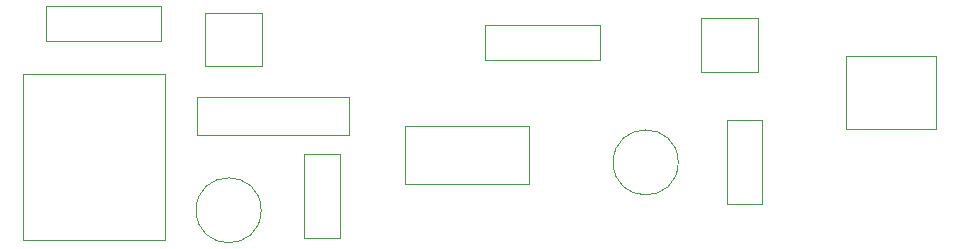
<source format=gbr>
%TF.GenerationSoftware,KiCad,Pcbnew,5.1.4-3.fc30*%
%TF.CreationDate,2019-10-13T17:17:29+02:00*%
%TF.ProjectId,power_supply_5V,706f7765-725f-4737-9570-706c795f3556,1.2*%
%TF.SameCoordinates,Original*%
%TF.FileFunction,Other,User*%
%FSLAX46Y46*%
G04 Gerber Fmt 4.6, Leading zero omitted, Abs format (unit mm)*
G04 Created by KiCad (PCBNEW 5.1.4-3.fc30) date 2019-10-13 17:17:29*
%MOMM*%
%LPD*%
G04 APERTURE LIST*
%ADD10C,0.050000*%
G04 APERTURE END LIST*
D10*
%TO.C,J1*%
X86087600Y-86226000D02*
X74087600Y-86226000D01*
X86087600Y-100226000D02*
X86087600Y-86226000D01*
X74087600Y-100226000D02*
X86087600Y-100226000D01*
X74087600Y-86226000D02*
X74087600Y-100226000D01*
%TO.C,J2*%
X151374000Y-84712400D02*
X143774000Y-84712400D01*
X143774000Y-84712400D02*
X143774000Y-90862400D01*
X143774000Y-90862400D02*
X151374000Y-90862400D01*
X151374000Y-90862400D02*
X151374000Y-84712400D01*
%TO.C,R1*%
X76051700Y-83427700D02*
X85771700Y-83427700D01*
X76051700Y-80427700D02*
X76051700Y-83427700D01*
X85771700Y-80427700D02*
X76051700Y-80427700D01*
X85771700Y-83427700D02*
X85771700Y-80427700D01*
%TO.C,D1*%
X89454500Y-85511200D02*
X94304500Y-85511200D01*
X89454500Y-81011200D02*
X89454500Y-85511200D01*
X94304500Y-81011200D02*
X89454500Y-81011200D01*
X94304500Y-85511200D02*
X94304500Y-81011200D01*
%TO.C,C1*%
X94240800Y-97733800D02*
G75*
G03X94240800Y-97733800I-2750000J0D01*
G01*
%TO.C,C2*%
X100890200Y-100110000D02*
X100890200Y-93010000D01*
X97890200Y-100110000D02*
X100890200Y-100110000D01*
X97890200Y-93010000D02*
X97890200Y-100110000D01*
X100890200Y-93010000D02*
X97890200Y-93010000D01*
%TO.C,C3*%
X136678800Y-97189000D02*
X136678800Y-90089000D01*
X133678800Y-97189000D02*
X136678800Y-97189000D01*
X133678800Y-90089000D02*
X133678800Y-97189000D01*
X136678800Y-90089000D02*
X133678800Y-90089000D01*
%TO.C,C4*%
X129549600Y-93680600D02*
G75*
G03X129549600Y-93680600I-2750000J0D01*
G01*
%TO.C,D2*%
X88794600Y-91328800D02*
X101654600Y-91328800D01*
X88794600Y-88128800D02*
X88794600Y-91328800D01*
X101654600Y-88128800D02*
X88794600Y-88128800D01*
X101654600Y-91328800D02*
X101654600Y-88128800D01*
%TO.C,D3*%
X131478800Y-85993800D02*
X136328800Y-85993800D01*
X131478800Y-81493800D02*
X131478800Y-85993800D01*
X136328800Y-81493800D02*
X131478800Y-81493800D01*
X136328800Y-85993800D02*
X136328800Y-81493800D01*
%TO.C,R2*%
X122919200Y-82015200D02*
X113199200Y-82015200D01*
X122919200Y-85015200D02*
X122919200Y-82015200D01*
X113199200Y-85015200D02*
X122919200Y-85015200D01*
X113199200Y-82015200D02*
X113199200Y-85015200D01*
%TO.C,U1*%
X116933800Y-90605400D02*
X106433800Y-90605400D01*
X116933800Y-95515400D02*
X116933800Y-90605400D01*
X106433800Y-95515400D02*
X116933800Y-95515400D01*
X106433800Y-90605400D02*
X106433800Y-95515400D01*
%TD*%
M02*

</source>
